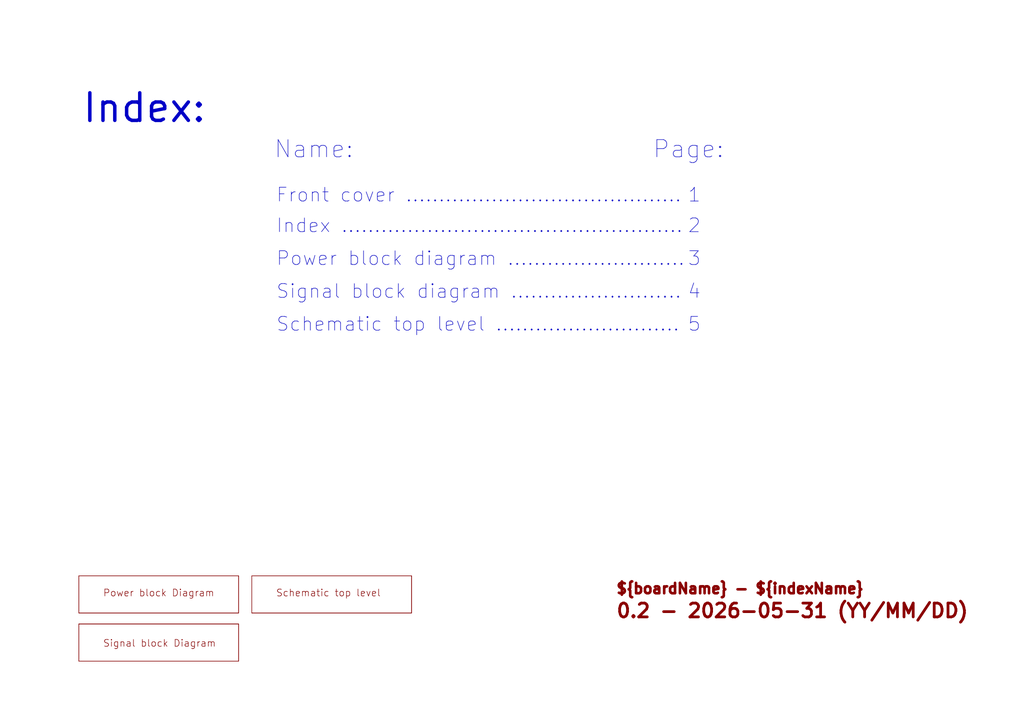
<source format=kicad_sch>
(kicad_sch
	(version 20250114)
	(generator "eeschema")
	(generator_version "9.0")
	(uuid "152dc8ca-1ae6-4745-a4ba-ab361a35bfc2")
	(paper "A4")
	(title_block
		(title "${boardName} - ${indexName}")
		(date "2025-11-22")
		(rev "0.2")
	)
	(lib_symbols)
	(text "5"
		(exclude_from_sim no)
		(at 199.39 96.52 0)
		(effects
			(font
				(size 4 4)
			)
			(justify left bottom)
		)
		(uuid "0711adca-415a-4e8a-9bd4-11b57f3054da")
	)
	(text "3"
		(exclude_from_sim no)
		(at 199.39 77.47 0)
		(effects
			(font
				(size 4 4)
			)
			(justify left bottom)
		)
		(uuid "11a364a0-8d31-431e-8b25-ceb35237b885")
	)
	(text "Power block Diagram"
		(exclude_from_sim no)
		(at 29.845 173.355 0)
		(effects
			(font
				(size 2 2)
				(color 132 0 0 1)
			)
			(justify left bottom)
		)
		(uuid "17c4eb43-cb9b-4ae2-b106-b1be4df2caa5")
	)
	(text "Front cover .........................................."
		(exclude_from_sim no)
		(at 80.01 59.055 0)
		(effects
			(font
				(size 4 4)
			)
			(justify left bottom)
		)
		(uuid "21329ce4-f53b-4757-a186-68e3ce22792c")
	)
	(text "4"
		(exclude_from_sim no)
		(at 199.39 86.995 0)
		(effects
			(font
				(size 4 4)
			)
			(justify left bottom)
		)
		(uuid "26f2b7c8-c2de-4596-8e7c-b877177bb530")
	)
	(text "Schematic top level"
		(exclude_from_sim no)
		(at 80.01 173.355 0)
		(effects
			(font
				(size 2 2)
				(color 132 0 0 1)
			)
			(justify left bottom)
		)
		(uuid "4a73f08e-1815-49ea-b4f4-be684143f8c9")
	)
	(text "1"
		(exclude_from_sim no)
		(at 199.39 59.055 0)
		(effects
			(font
				(size 4 4)
			)
			(justify left bottom)
		)
		(uuid "5a4b792d-7daf-49f9-a003-f77559fa2efd")
	)
	(text "${boardName} - ${indexName}"
		(exclude_from_sim no)
		(at 178.435 172.72 0)
		(effects
			(font
				(size 3 3)
				(thickness 0.8)
				(bold yes)
				(color 132 0 0 1)
			)
			(justify left bottom)
		)
		(uuid "68c73076-fc53-4e33-a915-c4ad7b924b5c")
	)
	(text "Schematic top level ............................"
		(exclude_from_sim no)
		(at 80.01 96.52 0)
		(effects
			(font
				(size 4 4)
			)
			(justify left bottom)
		)
		(uuid "78a44f64-78ce-43c9-9fff-a9cb12ae5e58")
	)
	(text "Index ...................................................."
		(exclude_from_sim no)
		(at 80.01 67.945 0)
		(effects
			(font
				(size 4 4)
			)
			(justify left bottom)
		)
		(uuid "86ab502a-b4f3-439d-b0ba-23f8fc09431b")
	)
	(text "${REVISION} - ${CURRENT_DATE} (YY/MM/DD)"
		(exclude_from_sim no)
		(at 178.435 179.705 0)
		(effects
			(font
				(size 4 4)
				(thickness 0.8)
				(bold yes)
				(color 132 0 0 1)
			)
			(justify left bottom)
		)
		(uuid "8e36bfcd-4ce4-4ce6-a0f0-b2c671aef3b4")
	)
	(text "Signal block diagram .........................."
		(exclude_from_sim no)
		(at 80.01 86.995 0)
		(effects
			(font
				(size 4 4)
			)
			(justify left bottom)
		)
		(uuid "99f42c34-2117-40cd-a543-31079bd518a5")
	)
	(text "Signal block Diagram"
		(exclude_from_sim no)
		(at 29.845 187.96 0)
		(effects
			(font
				(size 2 2)
				(color 132 0 0 1)
			)
			(justify left bottom)
		)
		(uuid "9d999c0d-df88-4b84-9d0a-05287308d64e")
	)
	(text "Name:"
		(exclude_from_sim no)
		(at 79.375 46.355 0)
		(effects
			(font
				(size 5 5)
			)
			(justify left bottom)
		)
		(uuid "abaed4f7-8b9b-42fb-b7e6-2364a8a9edf3")
	)
	(text "Page:"
		(exclude_from_sim no)
		(at 189.23 46.355 0)
		(effects
			(font
				(size 5 5)
			)
			(justify left bottom)
		)
		(uuid "cc55bf8f-d3a8-4da6-a5f8-64c109c81511")
	)
	(text "Power block diagram ..........................."
		(exclude_from_sim no)
		(at 80.01 77.47 0)
		(effects
			(font
				(size 4 4)
			)
			(justify left bottom)
		)
		(uuid "d2463a16-5ee1-4ea5-b724-3f5c6b12b298")
	)
	(text "Index:"
		(exclude_from_sim no)
		(at 23.495 36.195 0)
		(effects
			(font
				(size 8 8)
				(thickness 1)
				(bold yes)
			)
			(justify left bottom)
		)
		(uuid "da5e2eb9-cffc-4a6d-876e-eb7dcbbad407")
	)
	(text "2"
		(exclude_from_sim no)
		(at 199.39 67.945 0)
		(effects
			(font
				(size 4 4)
			)
			(justify left bottom)
		)
		(uuid "f621dca6-2e8a-4ab7-8a4b-480d0a1e895d")
	)
	(sheet
		(at 22.86 167.005)
		(size 46.355 10.795)
		(exclude_from_sim no)
		(in_bom yes)
		(on_board yes)
		(dnp no)
		(fields_autoplaced yes)
		(stroke
			(width 0.1524)
			(type solid)
		)
		(fill
			(color 0 0 0 0.0000)
		)
		(uuid "3932ca5d-b3c2-447d-bb12-a2b8dbdde072")
		(property "Sheetname" "PowerBD"
			(at 22.86 166.2934 0)
			(effects
				(font
					(size 1.27 1.27)
				)
				(justify left bottom)
				(hide yes)
			)
		)
		(property "Sheetfile" "PowerBD.kicad_sch"
			(at 22.86 178.3846 0)
			(effects
				(font
					(size 1.27 1.27)
				)
				(justify left top)
				(hide yes)
			)
		)
		(instances
			(project "0.2"
				(path "/e63e39d7-6ac0-4ffd-8aa3-1841a4541b55/eef31ba5-994a-4dab-8b67-8b56d6ec3764"
					(page "3")
				)
			)
		)
	)
	(sheet
		(at 73.025 167.005)
		(size 46.355 10.795)
		(exclude_from_sim no)
		(in_bom yes)
		(on_board yes)
		(dnp no)
		(fields_autoplaced yes)
		(stroke
			(width 0.1524)
			(type solid)
		)
		(fill
			(color 0 0 0 0.0000)
		)
		(uuid "51d7b191-4731-4885-91cc-26f33b9ffa53")
		(property "Sheetname" "schTop"
			(at 73.025 166.2934 0)
			(effects
				(font
					(size 1.27 1.27)
				)
				(justify left bottom)
				(hide yes)
			)
		)
		(property "Sheetfile" "schTop.kicad_sch"
			(at 73.025 178.3846 0)
			(effects
				(font
					(size 1.27 1.27)
				)
				(justify left top)
				(hide yes)
			)
		)
		(instances
			(project "0.2"
				(path "/e63e39d7-6ac0-4ffd-8aa3-1841a4541b55/eef31ba5-994a-4dab-8b67-8b56d6ec3764"
					(page "5")
				)
			)
		)
	)
	(sheet
		(at 22.86 180.975)
		(size 46.355 10.795)
		(exclude_from_sim no)
		(in_bom yes)
		(on_board yes)
		(dnp no)
		(fields_autoplaced yes)
		(stroke
			(width 0.1524)
			(type solid)
		)
		(fill
			(color 0 0 0 0.0000)
		)
		(uuid "c3b485fe-0f1e-46fb-b3ff-8782ddd819b9")
		(property "Sheetname" "signalBD"
			(at 22.86 180.2634 0)
			(effects
				(font
					(size 1.27 1.27)
				)
				(justify left bottom)
				(hide yes)
			)
		)
		(property "Sheetfile" "signalBD.kicad_sch"
			(at 22.86 192.3546 0)
			(effects
				(font
					(size 1.27 1.27)
				)
				(justify left top)
				(hide yes)
			)
		)
		(instances
			(project "0.2"
				(path "/e63e39d7-6ac0-4ffd-8aa3-1841a4541b55/eef31ba5-994a-4dab-8b67-8b56d6ec3764"
					(page "4")
				)
			)
		)
	)
)

</source>
